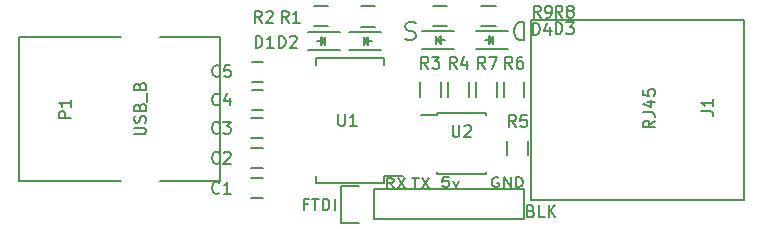
<source format=gto>
G04 #@! TF.FileFunction,Legend,Top*
%FSLAX46Y46*%
G04 Gerber Fmt 4.6, Leading zero omitted, Abs format (unit mm)*
G04 Created by KiCad (PCBNEW 4.0.2-stable) date Sunday, June 19, 2016 'PMt' 07:45:26 PM*
%MOMM*%
G01*
G04 APERTURE LIST*
%ADD10C,0.100000*%
%ADD11C,0.150000*%
%ADD12C,0.200000*%
G04 APERTURE END LIST*
D10*
D11*
X74723643Y-48964905D02*
X74247452Y-48964905D01*
X74199833Y-49345857D01*
X74247452Y-49307762D01*
X74342690Y-49269667D01*
X74580786Y-49269667D01*
X74676024Y-49307762D01*
X74723643Y-49345857D01*
X74771262Y-49422048D01*
X74771262Y-49612524D01*
X74723643Y-49688714D01*
X74676024Y-49726810D01*
X74580786Y-49764905D01*
X74342690Y-49764905D01*
X74247452Y-49726810D01*
X74199833Y-49688714D01*
X75104595Y-49231571D02*
X75342690Y-49764905D01*
X75580786Y-49231571D01*
X78930596Y-49003000D02*
X78835358Y-48964905D01*
X78692501Y-48964905D01*
X78549643Y-49003000D01*
X78454405Y-49079190D01*
X78406786Y-49155381D01*
X78359167Y-49307762D01*
X78359167Y-49422048D01*
X78406786Y-49574429D01*
X78454405Y-49650619D01*
X78549643Y-49726810D01*
X78692501Y-49764905D01*
X78787739Y-49764905D01*
X78930596Y-49726810D01*
X78978215Y-49688714D01*
X78978215Y-49422048D01*
X78787739Y-49422048D01*
X79406786Y-49764905D02*
X79406786Y-48964905D01*
X79978215Y-49764905D01*
X79978215Y-48964905D01*
X80454405Y-49764905D02*
X80454405Y-48964905D01*
X80692500Y-48964905D01*
X80835358Y-49003000D01*
X80930596Y-49079190D01*
X80978215Y-49155381D01*
X81025834Y-49307762D01*
X81025834Y-49422048D01*
X80978215Y-49574429D01*
X80930596Y-49650619D01*
X80835358Y-49726810D01*
X80692500Y-49764905D01*
X80454405Y-49764905D01*
X71628095Y-49028405D02*
X72199524Y-49028405D01*
X71913809Y-49828405D02*
X71913809Y-49028405D01*
X72437619Y-49028405D02*
X73104286Y-49828405D01*
X73104286Y-49028405D02*
X72437619Y-49828405D01*
X70064334Y-49828405D02*
X69731000Y-49447452D01*
X69492905Y-49828405D02*
X69492905Y-49028405D01*
X69873858Y-49028405D01*
X69969096Y-49066500D01*
X70016715Y-49104595D01*
X70064334Y-49180786D01*
X70064334Y-49295071D01*
X70016715Y-49371262D01*
X69969096Y-49409357D01*
X69873858Y-49447452D01*
X69492905Y-49447452D01*
X70397667Y-49028405D02*
X71064334Y-49828405D01*
X71064334Y-49028405D02*
X70397667Y-49828405D01*
D12*
X71929571Y-35892857D02*
X71715285Y-35821429D01*
X71358142Y-35821429D01*
X71215285Y-35892857D01*
X71143856Y-35964286D01*
X71072428Y-36107143D01*
X71072428Y-36250000D01*
X71143856Y-36392857D01*
X71215285Y-36464286D01*
X71358142Y-36535714D01*
X71643856Y-36607143D01*
X71786714Y-36678571D01*
X71858142Y-36750000D01*
X71929571Y-36892857D01*
X71929571Y-37035714D01*
X71858142Y-37178571D01*
X71786714Y-37250000D01*
X71643856Y-37321429D01*
X71286714Y-37321429D01*
X71072428Y-37250000D01*
X81101357Y-35833929D02*
X81101357Y-37333929D01*
X80744214Y-37333929D01*
X80529929Y-37262500D01*
X80387071Y-37119643D01*
X80315643Y-36976786D01*
X80244214Y-36691071D01*
X80244214Y-36476786D01*
X80315643Y-36191071D01*
X80387071Y-36048214D01*
X80529929Y-35905357D01*
X80744214Y-35833929D01*
X81101357Y-35833929D01*
D11*
X81716667Y-51808071D02*
X81859524Y-51855690D01*
X81907143Y-51903310D01*
X81954762Y-51998548D01*
X81954762Y-52141405D01*
X81907143Y-52236643D01*
X81859524Y-52284262D01*
X81764286Y-52331881D01*
X81383333Y-52331881D01*
X81383333Y-51331881D01*
X81716667Y-51331881D01*
X81811905Y-51379500D01*
X81859524Y-51427119D01*
X81907143Y-51522357D01*
X81907143Y-51617595D01*
X81859524Y-51712833D01*
X81811905Y-51760452D01*
X81716667Y-51808071D01*
X81383333Y-51808071D01*
X82859524Y-52331881D02*
X82383333Y-52331881D01*
X82383333Y-51331881D01*
X83192857Y-52331881D02*
X83192857Y-51331881D01*
X83764286Y-52331881D02*
X83335714Y-51760452D01*
X83764286Y-51331881D02*
X83192857Y-51903310D01*
X58021600Y-50735600D02*
X59021600Y-50735600D01*
X59021600Y-49035600D02*
X58021600Y-49035600D01*
X58021600Y-48195600D02*
X59021600Y-48195600D01*
X59021600Y-46495600D02*
X58021600Y-46495600D01*
X58021600Y-45655600D02*
X59021600Y-45655600D01*
X59021600Y-43955600D02*
X58021600Y-43955600D01*
X58047000Y-43268000D02*
X59047000Y-43268000D01*
X59047000Y-41568000D02*
X58047000Y-41568000D01*
X58047000Y-40855000D02*
X59047000Y-40855000D01*
X59047000Y-39155000D02*
X58047000Y-39155000D01*
X66281500Y-38151500D02*
X68981500Y-38151500D01*
X66281500Y-36651500D02*
X68981500Y-36651500D01*
X67781500Y-37551500D02*
X67781500Y-37301500D01*
X67781500Y-37301500D02*
X67631500Y-37451500D01*
X67531500Y-37051500D02*
X67531500Y-37751500D01*
X67881500Y-37401500D02*
X68231500Y-37401500D01*
X67531500Y-37401500D02*
X67881500Y-37051500D01*
X67881500Y-37051500D02*
X67881500Y-37751500D01*
X67881500Y-37751500D02*
X67531500Y-37401500D01*
X65544500Y-36651500D02*
X62844500Y-36651500D01*
X65544500Y-38151500D02*
X62844500Y-38151500D01*
X64044500Y-37251500D02*
X64044500Y-37501500D01*
X64044500Y-37501500D02*
X64194500Y-37351500D01*
X64294500Y-37751500D02*
X64294500Y-37051500D01*
X63944500Y-37401500D02*
X63594500Y-37401500D01*
X64294500Y-37401500D02*
X63944500Y-37751500D01*
X63944500Y-37751500D02*
X63944500Y-37051500D01*
X63944500Y-37051500D02*
X64294500Y-37401500D01*
X99720400Y-50901600D02*
X99720400Y-35661600D01*
X99720400Y-35661600D02*
X81686400Y-35661600D01*
X81686400Y-35661600D02*
X81686400Y-50901600D01*
X81686400Y-50901600D02*
X99720400Y-50901600D01*
X46990000Y-37084000D02*
X38354000Y-37084000D01*
X55372000Y-37084000D02*
X50292000Y-37084000D01*
X46990000Y-49276000D02*
X38354000Y-49276000D01*
X55372000Y-49276000D02*
X50292000Y-49276000D01*
X38354000Y-49276000D02*
X38354000Y-37084000D01*
X55372000Y-37084000D02*
X55372000Y-49276000D01*
X68481500Y-36244500D02*
X67281500Y-36244500D01*
X67281500Y-34494500D02*
X68481500Y-34494500D01*
X63344500Y-34431000D02*
X64544500Y-34431000D01*
X64544500Y-36181000D02*
X63344500Y-36181000D01*
X72340500Y-42129000D02*
X72340500Y-40929000D01*
X74090500Y-40929000D02*
X74090500Y-42129000D01*
X76440000Y-40929000D02*
X76440000Y-42129000D01*
X74690000Y-42129000D02*
X74690000Y-40929000D01*
X79706500Y-47082000D02*
X79706500Y-45882000D01*
X81456500Y-45882000D02*
X81456500Y-47082000D01*
X69270600Y-49470200D02*
X69270600Y-48820200D01*
X63520600Y-49470200D02*
X63520600Y-48820200D01*
X63520600Y-38820200D02*
X63520600Y-39470200D01*
X69270600Y-38820200D02*
X69270600Y-39470200D01*
X69270600Y-49470200D02*
X63520600Y-49470200D01*
X69270600Y-38820200D02*
X63520600Y-38820200D01*
X69270600Y-48820200D02*
X70870600Y-48820200D01*
X73744000Y-43526000D02*
X73744000Y-43671000D01*
X77894000Y-43526000D02*
X77894000Y-43671000D01*
X77894000Y-48676000D02*
X77894000Y-48531000D01*
X73744000Y-48676000D02*
X73744000Y-48531000D01*
X73744000Y-43526000D02*
X77894000Y-43526000D01*
X73744000Y-48676000D02*
X77894000Y-48676000D01*
X73744000Y-43671000D02*
X72344000Y-43671000D01*
X79389000Y-42129000D02*
X79389000Y-40929000D01*
X81139000Y-40929000D02*
X81139000Y-42129000D01*
X79768500Y-36588000D02*
X77068500Y-36588000D01*
X79768500Y-38088000D02*
X77068500Y-38088000D01*
X78268500Y-37188000D02*
X78268500Y-37438000D01*
X78268500Y-37438000D02*
X78418500Y-37288000D01*
X78518500Y-37688000D02*
X78518500Y-36988000D01*
X78168500Y-37338000D02*
X77818500Y-37338000D01*
X78518500Y-37338000D02*
X78168500Y-37688000D01*
X78168500Y-37688000D02*
X78168500Y-36988000D01*
X78168500Y-36988000D02*
X78518500Y-37338000D01*
X72441000Y-38088000D02*
X75141000Y-38088000D01*
X72441000Y-36588000D02*
X75141000Y-36588000D01*
X73941000Y-37488000D02*
X73941000Y-37238000D01*
X73941000Y-37238000D02*
X73791000Y-37388000D01*
X73691000Y-36988000D02*
X73691000Y-37688000D01*
X74041000Y-37338000D02*
X74391000Y-37338000D01*
X73691000Y-37338000D02*
X74041000Y-36988000D01*
X74041000Y-36988000D02*
X74041000Y-37688000D01*
X74041000Y-37688000D02*
X73691000Y-37338000D01*
X78789500Y-40929000D02*
X78789500Y-42129000D01*
X77039500Y-42129000D02*
X77039500Y-40929000D01*
X78705000Y-36181000D02*
X77505000Y-36181000D01*
X77505000Y-34431000D02*
X78705000Y-34431000D01*
X68389500Y-49974500D02*
X81089500Y-49974500D01*
X81089500Y-49974500D02*
X81089500Y-52514500D01*
X81089500Y-52514500D02*
X68389500Y-52514500D01*
X65569500Y-49694500D02*
X67119500Y-49694500D01*
X68389500Y-49974500D02*
X68389500Y-52514500D01*
X67119500Y-52794500D02*
X65569500Y-52794500D01*
X65569500Y-52794500D02*
X65569500Y-49694500D01*
X73377500Y-34431000D02*
X74577500Y-34431000D01*
X74577500Y-36181000D02*
X73377500Y-36181000D01*
X55306934Y-50242743D02*
X55259315Y-50290362D01*
X55116458Y-50337981D01*
X55021220Y-50337981D01*
X54878362Y-50290362D01*
X54783124Y-50195124D01*
X54735505Y-50099886D01*
X54687886Y-49909410D01*
X54687886Y-49766552D01*
X54735505Y-49576076D01*
X54783124Y-49480838D01*
X54878362Y-49385600D01*
X55021220Y-49337981D01*
X55116458Y-49337981D01*
X55259315Y-49385600D01*
X55306934Y-49433219D01*
X56259315Y-50337981D02*
X55687886Y-50337981D01*
X55973600Y-50337981D02*
X55973600Y-49337981D01*
X55878362Y-49480838D01*
X55783124Y-49576076D01*
X55687886Y-49623695D01*
X55306934Y-47702743D02*
X55259315Y-47750362D01*
X55116458Y-47797981D01*
X55021220Y-47797981D01*
X54878362Y-47750362D01*
X54783124Y-47655124D01*
X54735505Y-47559886D01*
X54687886Y-47369410D01*
X54687886Y-47226552D01*
X54735505Y-47036076D01*
X54783124Y-46940838D01*
X54878362Y-46845600D01*
X55021220Y-46797981D01*
X55116458Y-46797981D01*
X55259315Y-46845600D01*
X55306934Y-46893219D01*
X55687886Y-46893219D02*
X55735505Y-46845600D01*
X55830743Y-46797981D01*
X56068839Y-46797981D01*
X56164077Y-46845600D01*
X56211696Y-46893219D01*
X56259315Y-46988457D01*
X56259315Y-47083695D01*
X56211696Y-47226552D01*
X55640267Y-47797981D01*
X56259315Y-47797981D01*
X55306934Y-45162743D02*
X55259315Y-45210362D01*
X55116458Y-45257981D01*
X55021220Y-45257981D01*
X54878362Y-45210362D01*
X54783124Y-45115124D01*
X54735505Y-45019886D01*
X54687886Y-44829410D01*
X54687886Y-44686552D01*
X54735505Y-44496076D01*
X54783124Y-44400838D01*
X54878362Y-44305600D01*
X55021220Y-44257981D01*
X55116458Y-44257981D01*
X55259315Y-44305600D01*
X55306934Y-44353219D01*
X55640267Y-44257981D02*
X56259315Y-44257981D01*
X55925981Y-44638933D01*
X56068839Y-44638933D01*
X56164077Y-44686552D01*
X56211696Y-44734171D01*
X56259315Y-44829410D01*
X56259315Y-45067505D01*
X56211696Y-45162743D01*
X56164077Y-45210362D01*
X56068839Y-45257981D01*
X55783124Y-45257981D01*
X55687886Y-45210362D01*
X55640267Y-45162743D01*
X55332334Y-42775143D02*
X55284715Y-42822762D01*
X55141858Y-42870381D01*
X55046620Y-42870381D01*
X54903762Y-42822762D01*
X54808524Y-42727524D01*
X54760905Y-42632286D01*
X54713286Y-42441810D01*
X54713286Y-42298952D01*
X54760905Y-42108476D01*
X54808524Y-42013238D01*
X54903762Y-41918000D01*
X55046620Y-41870381D01*
X55141858Y-41870381D01*
X55284715Y-41918000D01*
X55332334Y-41965619D01*
X56189477Y-42203714D02*
X56189477Y-42870381D01*
X55951381Y-41822762D02*
X55713286Y-42537048D01*
X56332334Y-42537048D01*
X55332334Y-40362143D02*
X55284715Y-40409762D01*
X55141858Y-40457381D01*
X55046620Y-40457381D01*
X54903762Y-40409762D01*
X54808524Y-40314524D01*
X54760905Y-40219286D01*
X54713286Y-40028810D01*
X54713286Y-39885952D01*
X54760905Y-39695476D01*
X54808524Y-39600238D01*
X54903762Y-39505000D01*
X55046620Y-39457381D01*
X55141858Y-39457381D01*
X55284715Y-39505000D01*
X55332334Y-39552619D01*
X56237096Y-39457381D02*
X55760905Y-39457381D01*
X55713286Y-39933571D01*
X55760905Y-39885952D01*
X55856143Y-39838333D01*
X56094239Y-39838333D01*
X56189477Y-39885952D01*
X56237096Y-39933571D01*
X56284715Y-40028810D01*
X56284715Y-40266905D01*
X56237096Y-40362143D01*
X56189477Y-40409762D01*
X56094239Y-40457381D01*
X55856143Y-40457381D01*
X55760905Y-40409762D01*
X55713286Y-40362143D01*
X58380405Y-37980881D02*
X58380405Y-36980881D01*
X58618500Y-36980881D01*
X58761358Y-37028500D01*
X58856596Y-37123738D01*
X58904215Y-37218976D01*
X58951834Y-37409452D01*
X58951834Y-37552310D01*
X58904215Y-37742786D01*
X58856596Y-37838024D01*
X58761358Y-37933262D01*
X58618500Y-37980881D01*
X58380405Y-37980881D01*
X59904215Y-37980881D02*
X59332786Y-37980881D01*
X59618500Y-37980881D02*
X59618500Y-36980881D01*
X59523262Y-37123738D01*
X59428024Y-37218976D01*
X59332786Y-37266595D01*
X60348905Y-37980881D02*
X60348905Y-36980881D01*
X60587000Y-36980881D01*
X60729858Y-37028500D01*
X60825096Y-37123738D01*
X60872715Y-37218976D01*
X60920334Y-37409452D01*
X60920334Y-37552310D01*
X60872715Y-37742786D01*
X60825096Y-37838024D01*
X60729858Y-37933262D01*
X60587000Y-37980881D01*
X60348905Y-37980881D01*
X61301286Y-37076119D02*
X61348905Y-37028500D01*
X61444143Y-36980881D01*
X61682239Y-36980881D01*
X61777477Y-37028500D01*
X61825096Y-37076119D01*
X61872715Y-37171357D01*
X61872715Y-37266595D01*
X61825096Y-37409452D01*
X61253667Y-37980881D01*
X61872715Y-37980881D01*
X96124781Y-43360933D02*
X96839067Y-43360933D01*
X96981924Y-43408553D01*
X97077162Y-43503791D01*
X97124781Y-43646648D01*
X97124781Y-43741886D01*
X97124781Y-42360933D02*
X97124781Y-42932362D01*
X97124781Y-42646648D02*
X96124781Y-42646648D01*
X96267638Y-42741886D01*
X96362876Y-42837124D01*
X96410495Y-42932362D01*
X92197181Y-44163169D02*
X91720990Y-44496503D01*
X92197181Y-44734598D02*
X91197181Y-44734598D01*
X91197181Y-44353645D01*
X91244800Y-44258407D01*
X91292419Y-44210788D01*
X91387657Y-44163169D01*
X91530514Y-44163169D01*
X91625752Y-44210788D01*
X91673371Y-44258407D01*
X91720990Y-44353645D01*
X91720990Y-44734598D01*
X91197181Y-43448883D02*
X91911467Y-43448883D01*
X92054324Y-43496503D01*
X92149562Y-43591741D01*
X92197181Y-43734598D01*
X92197181Y-43829836D01*
X91530514Y-42544121D02*
X92197181Y-42544121D01*
X91149562Y-42782217D02*
X91863848Y-43020312D01*
X91863848Y-42401264D01*
X91197181Y-41544121D02*
X91197181Y-42020312D01*
X91673371Y-42067931D01*
X91625752Y-42020312D01*
X91578133Y-41925074D01*
X91578133Y-41686978D01*
X91625752Y-41591740D01*
X91673371Y-41544121D01*
X91768610Y-41496502D01*
X92006705Y-41496502D01*
X92101943Y-41544121D01*
X92149562Y-41591740D01*
X92197181Y-41686978D01*
X92197181Y-41925074D01*
X92149562Y-42020312D01*
X92101943Y-42067931D01*
X42743381Y-43918095D02*
X41743381Y-43918095D01*
X41743381Y-43537142D01*
X41791000Y-43441904D01*
X41838619Y-43394285D01*
X41933857Y-43346666D01*
X42076714Y-43346666D01*
X42171952Y-43394285D01*
X42219571Y-43441904D01*
X42267190Y-43537142D01*
X42267190Y-43918095D01*
X42743381Y-42394285D02*
X42743381Y-42965714D01*
X42743381Y-42680000D02*
X41743381Y-42680000D01*
X41886238Y-42775238D01*
X41981476Y-42870476D01*
X42029095Y-42965714D01*
X48093381Y-45322857D02*
X48902905Y-45322857D01*
X48998143Y-45275238D01*
X49045762Y-45227619D01*
X49093381Y-45132381D01*
X49093381Y-44941904D01*
X49045762Y-44846666D01*
X48998143Y-44799047D01*
X48902905Y-44751428D01*
X48093381Y-44751428D01*
X49045762Y-44322857D02*
X49093381Y-44180000D01*
X49093381Y-43941904D01*
X49045762Y-43846666D01*
X48998143Y-43799047D01*
X48902905Y-43751428D01*
X48807667Y-43751428D01*
X48712429Y-43799047D01*
X48664810Y-43846666D01*
X48617190Y-43941904D01*
X48569571Y-44132381D01*
X48521952Y-44227619D01*
X48474333Y-44275238D01*
X48379095Y-44322857D01*
X48283857Y-44322857D01*
X48188619Y-44275238D01*
X48141000Y-44227619D01*
X48093381Y-44132381D01*
X48093381Y-43894285D01*
X48141000Y-43751428D01*
X48569571Y-42989523D02*
X48617190Y-42846666D01*
X48664810Y-42799047D01*
X48760048Y-42751428D01*
X48902905Y-42751428D01*
X48998143Y-42799047D01*
X49045762Y-42846666D01*
X49093381Y-42941904D01*
X49093381Y-43322857D01*
X48093381Y-43322857D01*
X48093381Y-42989523D01*
X48141000Y-42894285D01*
X48188619Y-42846666D01*
X48283857Y-42799047D01*
X48379095Y-42799047D01*
X48474333Y-42846666D01*
X48521952Y-42894285D01*
X48569571Y-42989523D01*
X48569571Y-43322857D01*
X49188619Y-42560952D02*
X49188619Y-41799047D01*
X48569571Y-41227618D02*
X48617190Y-41084761D01*
X48664810Y-41037142D01*
X48760048Y-40989523D01*
X48902905Y-40989523D01*
X48998143Y-41037142D01*
X49045762Y-41084761D01*
X49093381Y-41179999D01*
X49093381Y-41560952D01*
X48093381Y-41560952D01*
X48093381Y-41227618D01*
X48141000Y-41132380D01*
X48188619Y-41084761D01*
X48283857Y-41037142D01*
X48379095Y-41037142D01*
X48474333Y-41084761D01*
X48521952Y-41132380D01*
X48569571Y-41227618D01*
X48569571Y-41560952D01*
X61174334Y-35885381D02*
X60841000Y-35409190D01*
X60602905Y-35885381D02*
X60602905Y-34885381D01*
X60983858Y-34885381D01*
X61079096Y-34933000D01*
X61126715Y-34980619D01*
X61174334Y-35075857D01*
X61174334Y-35218714D01*
X61126715Y-35313952D01*
X61079096Y-35361571D01*
X60983858Y-35409190D01*
X60602905Y-35409190D01*
X62126715Y-35885381D02*
X61555286Y-35885381D01*
X61841000Y-35885381D02*
X61841000Y-34885381D01*
X61745762Y-35028238D01*
X61650524Y-35123476D01*
X61555286Y-35171095D01*
X58888334Y-35885381D02*
X58555000Y-35409190D01*
X58316905Y-35885381D02*
X58316905Y-34885381D01*
X58697858Y-34885381D01*
X58793096Y-34933000D01*
X58840715Y-34980619D01*
X58888334Y-35075857D01*
X58888334Y-35218714D01*
X58840715Y-35313952D01*
X58793096Y-35361571D01*
X58697858Y-35409190D01*
X58316905Y-35409190D01*
X59269286Y-34980619D02*
X59316905Y-34933000D01*
X59412143Y-34885381D01*
X59650239Y-34885381D01*
X59745477Y-34933000D01*
X59793096Y-34980619D01*
X59840715Y-35075857D01*
X59840715Y-35171095D01*
X59793096Y-35313952D01*
X59221667Y-35885381D01*
X59840715Y-35885381D01*
X72985334Y-39758881D02*
X72652000Y-39282690D01*
X72413905Y-39758881D02*
X72413905Y-38758881D01*
X72794858Y-38758881D01*
X72890096Y-38806500D01*
X72937715Y-38854119D01*
X72985334Y-38949357D01*
X72985334Y-39092214D01*
X72937715Y-39187452D01*
X72890096Y-39235071D01*
X72794858Y-39282690D01*
X72413905Y-39282690D01*
X73318667Y-38758881D02*
X73937715Y-38758881D01*
X73604381Y-39139833D01*
X73747239Y-39139833D01*
X73842477Y-39187452D01*
X73890096Y-39235071D01*
X73937715Y-39330310D01*
X73937715Y-39568405D01*
X73890096Y-39663643D01*
X73842477Y-39711262D01*
X73747239Y-39758881D01*
X73461524Y-39758881D01*
X73366286Y-39711262D01*
X73318667Y-39663643D01*
X75398334Y-39758881D02*
X75065000Y-39282690D01*
X74826905Y-39758881D02*
X74826905Y-38758881D01*
X75207858Y-38758881D01*
X75303096Y-38806500D01*
X75350715Y-38854119D01*
X75398334Y-38949357D01*
X75398334Y-39092214D01*
X75350715Y-39187452D01*
X75303096Y-39235071D01*
X75207858Y-39282690D01*
X74826905Y-39282690D01*
X76255477Y-39092214D02*
X76255477Y-39758881D01*
X76017381Y-38711262D02*
X75779286Y-39425548D01*
X76398334Y-39425548D01*
X80427534Y-44699181D02*
X80094200Y-44222990D01*
X79856105Y-44699181D02*
X79856105Y-43699181D01*
X80237058Y-43699181D01*
X80332296Y-43746800D01*
X80379915Y-43794419D01*
X80427534Y-43889657D01*
X80427534Y-44032514D01*
X80379915Y-44127752D01*
X80332296Y-44175371D01*
X80237058Y-44222990D01*
X79856105Y-44222990D01*
X81332296Y-43699181D02*
X80856105Y-43699181D01*
X80808486Y-44175371D01*
X80856105Y-44127752D01*
X80951343Y-44080133D01*
X81189439Y-44080133D01*
X81284677Y-44127752D01*
X81332296Y-44175371D01*
X81379915Y-44270610D01*
X81379915Y-44508705D01*
X81332296Y-44603943D01*
X81284677Y-44651562D01*
X81189439Y-44699181D01*
X80951343Y-44699181D01*
X80856105Y-44651562D01*
X80808486Y-44603943D01*
X65379695Y-43597581D02*
X65379695Y-44407105D01*
X65427314Y-44502343D01*
X65474933Y-44549962D01*
X65570171Y-44597581D01*
X65760648Y-44597581D01*
X65855886Y-44549962D01*
X65903505Y-44502343D01*
X65951124Y-44407105D01*
X65951124Y-43597581D01*
X66951124Y-44597581D02*
X66379695Y-44597581D01*
X66665409Y-44597581D02*
X66665409Y-43597581D01*
X66570171Y-43740438D01*
X66474933Y-43835676D01*
X66379695Y-43883295D01*
X75057095Y-44537381D02*
X75057095Y-45346905D01*
X75104714Y-45442143D01*
X75152333Y-45489762D01*
X75247571Y-45537381D01*
X75438048Y-45537381D01*
X75533286Y-45489762D01*
X75580905Y-45442143D01*
X75628524Y-45346905D01*
X75628524Y-44537381D01*
X76057095Y-44632619D02*
X76104714Y-44585000D01*
X76199952Y-44537381D01*
X76438048Y-44537381D01*
X76533286Y-44585000D01*
X76580905Y-44632619D01*
X76628524Y-44727857D01*
X76628524Y-44823095D01*
X76580905Y-44965952D01*
X76009476Y-45537381D01*
X76628524Y-45537381D01*
X80097334Y-39758881D02*
X79764000Y-39282690D01*
X79525905Y-39758881D02*
X79525905Y-38758881D01*
X79906858Y-38758881D01*
X80002096Y-38806500D01*
X80049715Y-38854119D01*
X80097334Y-38949357D01*
X80097334Y-39092214D01*
X80049715Y-39187452D01*
X80002096Y-39235071D01*
X79906858Y-39282690D01*
X79525905Y-39282690D01*
X80954477Y-38758881D02*
X80764000Y-38758881D01*
X80668762Y-38806500D01*
X80621143Y-38854119D01*
X80525905Y-38996976D01*
X80478286Y-39187452D01*
X80478286Y-39568405D01*
X80525905Y-39663643D01*
X80573524Y-39711262D01*
X80668762Y-39758881D01*
X80859239Y-39758881D01*
X80954477Y-39711262D01*
X81002096Y-39663643D01*
X81049715Y-39568405D01*
X81049715Y-39330310D01*
X81002096Y-39235071D01*
X80954477Y-39187452D01*
X80859239Y-39139833D01*
X80668762Y-39139833D01*
X80573524Y-39187452D01*
X80525905Y-39235071D01*
X80478286Y-39330310D01*
X83780405Y-36837881D02*
X83780405Y-35837881D01*
X84018500Y-35837881D01*
X84161358Y-35885500D01*
X84256596Y-35980738D01*
X84304215Y-36075976D01*
X84351834Y-36266452D01*
X84351834Y-36409310D01*
X84304215Y-36599786D01*
X84256596Y-36695024D01*
X84161358Y-36790262D01*
X84018500Y-36837881D01*
X83780405Y-36837881D01*
X84685167Y-35837881D02*
X85304215Y-35837881D01*
X84970881Y-36218833D01*
X85113739Y-36218833D01*
X85208977Y-36266452D01*
X85256596Y-36314071D01*
X85304215Y-36409310D01*
X85304215Y-36647405D01*
X85256596Y-36742643D01*
X85208977Y-36790262D01*
X85113739Y-36837881D01*
X84828024Y-36837881D01*
X84732786Y-36790262D01*
X84685167Y-36742643D01*
X81875405Y-36901381D02*
X81875405Y-35901381D01*
X82113500Y-35901381D01*
X82256358Y-35949000D01*
X82351596Y-36044238D01*
X82399215Y-36139476D01*
X82446834Y-36329952D01*
X82446834Y-36472810D01*
X82399215Y-36663286D01*
X82351596Y-36758524D01*
X82256358Y-36853762D01*
X82113500Y-36901381D01*
X81875405Y-36901381D01*
X83303977Y-36234714D02*
X83303977Y-36901381D01*
X83065881Y-35853762D02*
X82827786Y-36568048D01*
X83446834Y-36568048D01*
X77811334Y-39758881D02*
X77478000Y-39282690D01*
X77239905Y-39758881D02*
X77239905Y-38758881D01*
X77620858Y-38758881D01*
X77716096Y-38806500D01*
X77763715Y-38854119D01*
X77811334Y-38949357D01*
X77811334Y-39092214D01*
X77763715Y-39187452D01*
X77716096Y-39235071D01*
X77620858Y-39282690D01*
X77239905Y-39282690D01*
X78144667Y-38758881D02*
X78811334Y-38758881D01*
X78382762Y-39758881D01*
X84351834Y-35440881D02*
X84018500Y-34964690D01*
X83780405Y-35440881D02*
X83780405Y-34440881D01*
X84161358Y-34440881D01*
X84256596Y-34488500D01*
X84304215Y-34536119D01*
X84351834Y-34631357D01*
X84351834Y-34774214D01*
X84304215Y-34869452D01*
X84256596Y-34917071D01*
X84161358Y-34964690D01*
X83780405Y-34964690D01*
X84923262Y-34869452D02*
X84828024Y-34821833D01*
X84780405Y-34774214D01*
X84732786Y-34678976D01*
X84732786Y-34631357D01*
X84780405Y-34536119D01*
X84828024Y-34488500D01*
X84923262Y-34440881D01*
X85113739Y-34440881D01*
X85208977Y-34488500D01*
X85256596Y-34536119D01*
X85304215Y-34631357D01*
X85304215Y-34678976D01*
X85256596Y-34774214D01*
X85208977Y-34821833D01*
X85113739Y-34869452D01*
X84923262Y-34869452D01*
X84828024Y-34917071D01*
X84780405Y-34964690D01*
X84732786Y-35059929D01*
X84732786Y-35250405D01*
X84780405Y-35345643D01*
X84828024Y-35393262D01*
X84923262Y-35440881D01*
X85113739Y-35440881D01*
X85208977Y-35393262D01*
X85256596Y-35345643D01*
X85304215Y-35250405D01*
X85304215Y-35059929D01*
X85256596Y-34964690D01*
X85208977Y-34917071D01*
X85113739Y-34869452D01*
X62777810Y-51236571D02*
X62444476Y-51236571D01*
X62444476Y-51760381D02*
X62444476Y-50760381D01*
X62920667Y-50760381D01*
X63158762Y-50760381D02*
X63730191Y-50760381D01*
X63444476Y-51760381D02*
X63444476Y-50760381D01*
X64063524Y-51760381D02*
X64063524Y-50760381D01*
X64301619Y-50760381D01*
X64444477Y-50808000D01*
X64539715Y-50903238D01*
X64587334Y-50998476D01*
X64634953Y-51188952D01*
X64634953Y-51331810D01*
X64587334Y-51522286D01*
X64539715Y-51617524D01*
X64444477Y-51712762D01*
X64301619Y-51760381D01*
X64063524Y-51760381D01*
X65063524Y-51760381D02*
X65063524Y-50760381D01*
X82510334Y-35440881D02*
X82177000Y-34964690D01*
X81938905Y-35440881D02*
X81938905Y-34440881D01*
X82319858Y-34440881D01*
X82415096Y-34488500D01*
X82462715Y-34536119D01*
X82510334Y-34631357D01*
X82510334Y-34774214D01*
X82462715Y-34869452D01*
X82415096Y-34917071D01*
X82319858Y-34964690D01*
X81938905Y-34964690D01*
X82986524Y-35440881D02*
X83177000Y-35440881D01*
X83272239Y-35393262D01*
X83319858Y-35345643D01*
X83415096Y-35202786D01*
X83462715Y-35012310D01*
X83462715Y-34631357D01*
X83415096Y-34536119D01*
X83367477Y-34488500D01*
X83272239Y-34440881D01*
X83081762Y-34440881D01*
X82986524Y-34488500D01*
X82938905Y-34536119D01*
X82891286Y-34631357D01*
X82891286Y-34869452D01*
X82938905Y-34964690D01*
X82986524Y-35012310D01*
X83081762Y-35059929D01*
X83272239Y-35059929D01*
X83367477Y-35012310D01*
X83415096Y-34964690D01*
X83462715Y-34869452D01*
M02*

</source>
